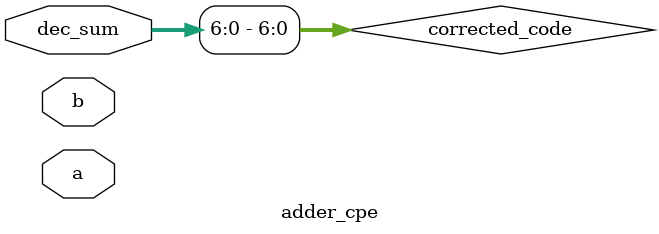
<source format=v>
module adder_cpe(a,b,dec_sum);

parameter NBIT = 7;
parameter NCODE = 15;
//parameter NNL=2**(NBIT+2)-NBIT-4; //Number of bits of the non-linear outputs
parameter NNL=2**(NBIT+1)-NBIT-2; //Number of bits of the non-linear outputs

input [NBIT-1:0] a,b; //Adder inputs
input [NBIT-1:0] dec_sum; //decoded sum output

wire [NCODE-1:0] code, syndrome ; //CPE codeword output, detector's syndrome vector
wire [NCODE-1:0] corrected_code;

wire [NBIT-1:0] sum; //Adder output, CPE input
wire [NNL-1:0] nonlin; // non-linear outputs

wire error_flag; //detector tells corrector when there is an error
wire error_corrected; //corrector tells when error has been corrected


gen_nonlinear_part
NONLIN_ADDER (
        .a(a),
        .b(b),
        .c(1'b0),
        .n(nonlin)
);

gen_linear_part
LIN_ADDER (
        .a(a),
        .b(b),
        .c_in(1'b0),
        .n(nonlin),
        .s(sum) 
);

generator
CPE (
        .i(sum),
        .c(code)
);

detector
DEC0 (
	.c(code),
	.s(syndrome),
	.error(error_flag)
);

corrector
DEC1 (
	.c(code),
	.clk(clk),
	.error(error_flag),
	.ready(error_corrected),
	.ccw(corrected_code)
);

//decoded sum output
assign dec_sum = corrected_code[6:0];

endmodule

</source>
